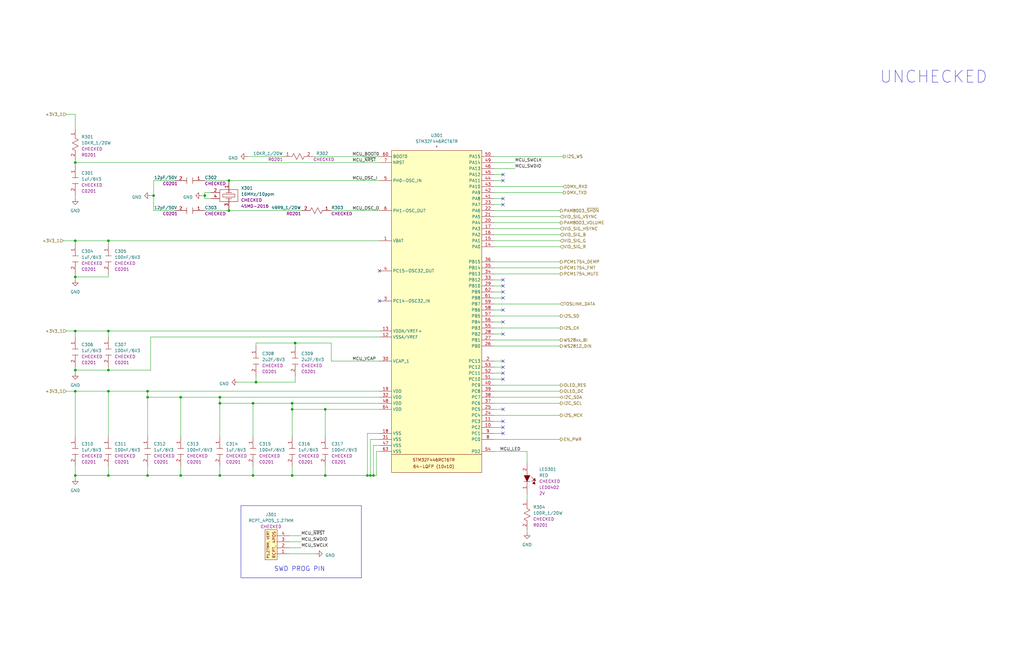
<source format=kicad_sch>
(kicad_sch (version 20230121) (generator eeschema)
  (paper "B")
  (title_block (title "Blender") (date "2023/09/18") (rev "v1.0") (company "Mend0z0") (comment 1 "v1.0") (comment 2 "v1.0") (comment 3 "Siavash Taher Parvar") (comment 4 "_BOM_Blender_v1.0.html") (comment 5 "_HW_Blender.kicad_pcb") (comment 6 "_GBR_Blender_v1.0") (comment 7 "_ASM_Blender_v1.0") (comment 8 "N/A") (comment 9 "Initial version"))
  (lib_symbols
    (symbol "_SCHLIB_Blender:CAP_100nF/6V3_C0201"
      (property "Reference" "C" (at 2.54 5.08 0))
      (property "Value" "100nF{slash}6V3" (at 2.54 7.62 0))
      (property "SCH CHECK" "CHECKED" (at 2.54 22.86 0))
      (property "Package" "C0201" (at 2.54 25.4 0))
      (symbol "CAP_100nF/6V3_C0201_0_0"
        (polyline (pts (xy 5.08 1.27) (xy 5.08 -1.27)))
        (polyline (pts (xy 7.62 1.27) (xy 7.62 -1.27)))
      )
      (symbol "CAP_100nF/6V3_C0201_1_1"
        (pin passive line (at 0 0 0) (length 5.08) (name "") (number "1"))
        (pin passive line (at 12.7 0 180) (length 5.08) (name "") (number "2"))
      )
    )
    (symbol "_SCHLIB_Blender:CAP_12pF/50V_C0201"
      (property "Reference" "C" (at 3.81 5.08 0))
      (property "Value" "12pF{slash}50V" (at 3.81 7.62 0))
      (property "SCH CHECK" "CHECKED" (at 3.81 22.86 0))
      (property "Package" "C0201" (at 3.81 25.4 0))
      (symbol "CAP_12pF/50V_C0201_0_0"
        (polyline (pts (xy 5.08 1.27) (xy 5.08 -1.27)))
        (polyline (pts (xy 7.62 1.27) (xy 7.62 -1.27)))
      )
      (symbol "CAP_12pF/50V_C0201_1_1"
        (pin passive line (at 0 0 0) (length 5.08) (name "") (number "1"))
        (pin passive line (at 12.7 0 180) (length 5.08) (name "") (number "2"))
      )
    )
    (symbol "_SCHLIB_Blender:CAP_1uF/6V3_C0201"
      (property "Reference" "C" (at 2.54 3.81 0))
      (property "Value" "1uF{slash}6V3" (at 2.54 6.35 0))
      (property "SCH CHECK" "CHECKED" (at 2.54 21.59 0))
      (property "Package" "C0201" (at 2.54 24.13 0))
      (symbol "CAP_1uF/6V3_C0201_0_0"
        (polyline (pts (xy 5.08 1.27) (xy 5.08 -1.27)))
        (polyline (pts (xy 7.62 1.27) (xy 7.62 -1.27)))
      )
      (symbol "CAP_1uF/6V3_C0201_1_1"
        (pin passive line (at 0 0 0) (length 5.08) (name "") (number "1"))
        (pin passive line (at 12.7 0 180) (length 5.08) (name "") (number "2"))
      )
    )
    (symbol "_SCHLIB_Blender:CAP_2u2F/6V3_C0201"
      (property "Reference" "C" (at 2.54 3.81 0))
      (property "Value" "2u2F/6V3" (at 2.54 6.35 0))
      (property "SCH CHECK" "CHECKED" (at 2.54 21.59 0))
      (property "Package" "C0201" (at 2.54 24.13 0))
      (symbol "CAP_2u2F/6V3_C0201_0_0"
        (polyline (pts (xy 5.08 1.27) (xy 5.08 -1.27)))
        (polyline (pts (xy 7.62 1.27) (xy 7.62 -1.27)))
      )
      (symbol "CAP_2u2F/6V3_C0201_1_1"
        (pin passive line (at 0 0 0) (length 5.08) (name "") (number "1"))
        (pin passive line (at 12.7 0 180) (length 5.08) (name "") (number "2"))
      )
    )
    (symbol "_SCHLIB_Blender:CONN_RCPT_4POS_1.27MM_VERT"
      (property "Reference" "J" (at 2.54 2.54 0))
      (property "Value" "RCPT_4POS_1.27MM" (at 2.54 5.08 0))
      (property "SCH CHECK" "CHECKED" (at 2.54 20.32 0))
      (symbol "CONN_RCPT_4POS_1.27MM_VERT_0_0"
        (text "P1.27MM, VERT" (at 8.89 -6.35 900) (effects (font (size 1.016 1.016))))
        (text "RCPT, 4POS" (at 6.35 -6.35 900) (effects (font (size 1.27 1.27))))
      )
      (symbol "CONN_RCPT_4POS_1.27MM_VERT_0_1"
        (rectangle (start 5.08 0) (end 10.16 -12.7) (fill (type background)))
      )
      (symbol "CONN_RCPT_4POS_1.27MM_VERT_1_1"
        (pin passive line (at 0 -2.54 0) (length 5.08) (name "") (number "1"))
        (pin passive line (at 0 -5.08 0) (length 5.08) (name "") (number "2"))
        (pin passive line (at 0 -7.62 0) (length 5.08) (name "") (number "3"))
        (pin passive line (at 0 -10.16 0) (length 5.08) (name "") (number "4"))
      )
    )
    (symbol "_SCHLIB_Blender:LED_RED_0402"
      (property "Reference" "LED" (at 2.54 6.35 0))
      (property "Value" "RED" (at 2.54 8.89 0))
      (property "SCH CHECK" "CHECKED" (at 2.54 24.13 0))
      (property "Package" "LED0402" (at 2.54 26.67 0))
      (property "VOLTAGE RATED" "2V" (at 2.54 29.21 0))
      (symbol "LED_RED_0402_0_1"
        (polyline (pts (xy 5.588 1.905) (xy 6.604 2.794)))
        (polyline (pts (xy 7.239 1.905) (xy 8.001 2.667)))
        (polyline (pts (xy 7.62 -1.27) (xy 7.62 1.27)))
        (polyline (pts (xy 5.08 1.27) (xy 5.08 -1.27) (xy 7.62 0) (xy 5.08 1.27)) (fill (type outline)))
        (polyline (pts (xy 6.223 3.302) (xy 7.112 2.413) (xy 7.366 3.556) (xy 6.223 3.302)) (fill (type outline)))
        (polyline (pts (xy 7.62 3.175) (xy 8.509 2.286) (xy 8.763 3.429) (xy 7.62 3.175)) (fill (type outline)))
      )
      (symbol "LED_RED_0402_1_1"
        (pin passive line (at 12.7 0 180) (length 5.08) (name "") (number "1"))
        (pin passive line (at 0 0 0) (length 5.08) (name "") (number "2"))
      )
    )
    (symbol "_SCHLIB_Blender:MCU_STM32F446RCT6TR"
      (property "Reference" "U" (at 3.81 3.81 0))
      (property "Value" "STM32F446RCT6TR" (at 3.81 6.35 0))
      (property "SCH CHECK" "*" (at 3.81 21.59 0))
      (symbol "MCU_STM32F446RCT6TR_0_0"
        (text "	\nSTM32F446RCT6TR" (at 17.78 -129.54 0) (effects (font (size 1.27 1.27))))
        (text "64-LQFP (10x10)" (at 17.78 -133.35 0) (effects (font (size 1.27 1.27))))
      )
      (symbol "MCU_STM32F446RCT6TR_0_1"
        (polyline (pts (xy 0 -128.27) (xy 38.1 -128.27)))
        (rectangle (start 0 0) (end 38.1 -135.89) (fill (type background)))
      )
      (symbol "MCU_STM32F446RCT6TR_1_1"
        (pin passive line (at -5.08 -38.1 0) (length 5.08) (name "VBAT") (number "1"))
        (pin passive line (at 43.18 -116.84 180) (length 5.08) (name "PC2") (number "10"))
        (pin passive line (at 43.18 -114.3 180) (length 5.08) (name "PC3") (number "11"))
        (pin passive line (at -5.08 -78.74 0) (length 5.08) (name "VSSA/VREF") (number "12"))
        (pin passive line (at -5.08 -76.2 0) (length 5.08) (name "VDDA/VREF+") (number "13"))
        (pin passive line (at 43.18 -40.64 180) (length 5.08) (name "PA0") (number "14"))
        (pin passive line (at 43.18 -38.1 180) (length 5.08) (name "PA1") (number "15"))
        (pin passive line (at 43.18 -35.56 180) (length 5.08) (name "PA2") (number "16"))
        (pin passive line (at 43.18 -33.02 180) (length 5.08) (name "PA3") (number "17"))
        (pin passive line (at -5.08 -119.38 0) (length 5.08) (name "VSS") (number "18"))
        (pin passive line (at -5.08 -101.6 0) (length 5.08) (name "VDD") (number "19"))
        (pin passive line (at 43.18 -88.9 180) (length 5.08) (name "PC13") (number "2"))
        (pin passive line (at 43.18 -30.48 180) (length 5.08) (name "PA4") (number "20"))
        (pin passive line (at 43.18 -27.94 180) (length 5.08) (name "PA5") (number "21"))
        (pin passive line (at 43.18 -25.4 180) (length 5.08) (name "PA6") (number "22"))
        (pin passive line (at 43.18 -22.86 180) (length 5.08) (name "PA7") (number "23"))
        (pin passive line (at 43.18 -111.76 180) (length 5.08) (name "PC4") (number "24"))
        (pin passive line (at 43.18 -109.22 180) (length 5.08) (name "PC5") (number "25"))
        (pin passive line (at 43.18 -82.55 180) (length 5.08) (name "PB0") (number "26"))
        (pin passive line (at 43.18 -80.01 180) (length 5.08) (name "PB1") (number "27"))
        (pin passive line (at 43.18 -77.47 180) (length 5.08) (name "PB2") (number "28"))
        (pin passive line (at 43.18 -57.15 180) (length 5.08) (name "PB10") (number "29"))
        (pin passive line (at -5.08 -63.5 0) (length 5.08) (name "PC14-OSC32_IN") (number "3"))
        (pin passive line (at -5.08 -88.9 0) (length 5.08) (name "VCAP_1") (number "30"))
        (pin passive line (at -5.08 -121.92 0) (length 5.08) (name "VSS") (number "31"))
        (pin passive line (at -5.08 -104.14 0) (length 5.08) (name "VDD") (number "32"))
        (pin passive line (at 43.18 -54.61 180) (length 5.08) (name "PB12") (number "33"))
        (pin passive line (at 43.18 -52.07 180) (length 5.08) (name "PB13") (number "34"))
        (pin passive line (at 43.18 -49.53 180) (length 5.08) (name "PB14") (number "35"))
        (pin passive line (at 43.18 -46.99 180) (length 5.08) (name "PB15") (number "36"))
        (pin passive line (at 43.18 -106.68 180) (length 5.08) (name "PC6") (number "37"))
        (pin passive line (at 43.18 -104.14 180) (length 5.08) (name "PC7") (number "38"))
        (pin passive line (at 43.18 -101.6 180) (length 5.08) (name "PC8") (number "39"))
        (pin passive line (at -5.08 -50.8 0) (length 5.08) (name "PC15-OSC32_OUT") (number "4"))
        (pin passive line (at 43.18 -99.06 180) (length 5.08) (name "PC9") (number "40"))
        (pin passive line (at 43.18 -20.32 180) (length 5.08) (name "PA8") (number "41"))
        (pin passive line (at 43.18 -17.78 180) (length 5.08) (name "PA9") (number "42"))
        (pin passive line (at 43.18 -15.24 180) (length 5.08) (name "PA10") (number "43"))
        (pin passive line (at 43.18 -12.7 180) (length 5.08) (name "PA11") (number "44"))
        (pin passive line (at 43.18 -10.16 180) (length 5.08) (name "PA12") (number "45"))
        (pin passive line (at 43.18 -7.62 180) (length 5.08) (name "PA13") (number "46"))
        (pin passive line (at -5.08 -124.46 0) (length 5.08) (name "VSS") (number "47"))
        (pin passive line (at -5.08 -106.68 0) (length 5.08) (name "VDD") (number "48"))
        (pin passive line (at 43.18 -5.08 180) (length 5.08) (name "PA14") (number "49"))
        (pin passive line (at -5.08 -12.7 0) (length 5.08) (name "PH0-OSC_IN") (number "5"))
        (pin passive line (at 43.18 -2.54 180) (length 5.08) (name "PA15") (number "50"))
        (pin passive line (at 43.18 -96.52 180) (length 5.08) (name "PC10") (number "51"))
        (pin passive line (at 43.18 -93.98 180) (length 5.08) (name "PC11") (number "52"))
        (pin passive line (at 43.18 -91.44 180) (length 5.08) (name "PC12") (number "53"))
        (pin passive line (at 43.18 -127 180) (length 5.08) (name "PD2") (number "54"))
        (pin passive line (at 43.18 -74.93 180) (length 5.08) (name "PB3") (number "55"))
        (pin passive line (at 43.18 -72.39 180) (length 5.08) (name "PB4") (number "56"))
        (pin passive line (at 43.18 -69.85 180) (length 5.08) (name "PB5") (number "57"))
        (pin passive line (at 43.18 -67.31 180) (length 5.08) (name "PB6") (number "58"))
        (pin passive line (at 43.18 -64.77 180) (length 5.08) (name "PB7") (number "59"))
        (pin passive line (at -5.08 -25.4 0) (length 5.08) (name "PH1-OSC_OUT") (number "6"))
        (pin passive line (at -5.08 -2.54 0) (length 5.08) (name "BOOT0") (number "60"))
        (pin passive line (at 43.18 -62.23 180) (length 5.08) (name "PB8") (number "61"))
        (pin passive line (at 43.18 -59.69 180) (length 5.08) (name "PB9") (number "62"))
        (pin passive line (at -5.08 -127 0) (length 5.08) (name "VSS") (number "63"))
        (pin passive line (at -5.08 -109.22 0) (length 5.08) (name "VDD") (number "64"))
        (pin passive line (at -5.08 -5.08 0) (length 5.08) (name "NRST") (number "7"))
        (pin passive line (at 43.18 -121.92 180) (length 5.08) (name "PC0") (number "8"))
        (pin passive line (at 43.18 -119.38 180) (length 5.08) (name "PC1") (number "9"))
      )
    )
    (symbol "_SCHLIB_Blender:RES_100R_1/20W-R0201"
      (property "Reference" "R" (at 2.54 3.81 0))
      (property "Value" "100R_1{slash}20W" (at 2.54 6.35 0))
      (property "SCH CHECK" "CHECKED" (at 2.54 21.59 0))
      (property "Package" "R0201" (at 2.54 24.13 0))
      (symbol "RES_100R_1/20W-R0201_0_0"
        (polyline (pts (xy 3.81 0) (xy 4.445 1.27) (xy 5.715 -1.27) (xy 6.985 1.27) (xy 8.255 -1.27) (xy 8.89 0)))
      )
      (symbol "RES_100R_1/20W-R0201_1_1"
        (pin passive line (at 0 0 0) (length 3.81) (name "") (number "1"))
        (pin passive line (at 12.7 0 180) (length 3.81) (name "") (number "2"))
      )
    )
    (symbol "_SCHLIB_Blender:RES_10KR_1/20W-R0201"
      (property "Reference" "R" (at 2.54 5.08 0))
      (property "Value" "10KR_1{slash}20W" (at 2.54 7.62 0))
      (property "SCH CHECK" "CHECKED" (at 2.54 22.86 0))
      (property "Package" "R0201" (at 2.54 25.4 0))
      (symbol "RES_10KR_1/20W-R0201_0_0"
        (polyline (pts (xy 3.81 0) (xy 4.445 1.27) (xy 5.715 -1.27) (xy 6.985 1.27) (xy 8.255 -1.27) (xy 8.89 0)))
      )
      (symbol "RES_10KR_1/20W-R0201_1_1"
        (pin passive line (at 0 0 0) (length 3.81) (name "") (number "1"))
        (pin passive line (at 12.7 0 180) (length 3.81) (name "") (number "2"))
      )
    )
    (symbol "_SCHLIB_Blender:RES_49R9_1/20W-R0201"
      (property "Reference" "R" (at 2.54 3.81 0))
      (property "Value" "49R9_1/20W" (at 2.54 6.35 0))
      (property "SCH CHECK" "CHECKED" (at 2.54 21.59 0))
      (property "Package" "R0201" (at 2.54 24.13 0))
      (symbol "RES_49R9_1/20W-R0201_0_0"
        (polyline (pts (xy 3.81 0) (xy 4.445 1.27) (xy 5.715 -1.27) (xy 6.985 1.27) (xy 8.255 -1.27) (xy 8.89 0)))
      )
      (symbol "RES_49R9_1/20W-R0201_1_1"
        (pin passive line (at 0 0 0) (length 3.81) (name "") (number "1"))
        (pin passive line (at 12.7 0 180) (length 3.81) (name "") (number "2"))
      )
    )
    (symbol "_SCHLIB_Blender:XTAL_ECS-160-12-37B-CTN-TR"
      (property "Reference" "X" (at 3.81 7.62 0))
      (property "Value" "16MHz/10ppm" (at 3.81 10.16 0))
      (property "SCH CHECK" "CHECKED" (at 3.81 25.4 0))
      (property "Package" "4SMD-2016" (at 3.81 27.94 0))
      (symbol "XTAL_ECS-160-12-37B-CTN-TR_0_1"
        (polyline (pts (xy 5.08 1.27) (xy 5.08 -1.27)))
        (polyline (pts (xy 7.62 1.27) (xy 7.62 -1.27)))
        (polyline (pts (xy 3.81 3.81) (xy 3.81 -3.81) (xy 8.89 -3.81) (xy 8.89 3.81) (xy 3.81 3.81)))
        (polyline (pts (xy 5.715 2.54) (xy 6.985 2.54) (xy 6.985 -2.54) (xy 5.715 -2.54) (xy 5.715 2.54)))
      )
      (symbol "XTAL_ECS-160-12-37B-CTN-TR_1_1"
        (pin passive line (at 0 0 0) (length 5.08) (name "") (number "1"))
        (pin passive line (at 5.08 -7.62 90) (length 3.81) (name "") (number "2"))
        (pin passive line (at 12.7 0 180) (length 5.08) (name "") (number "3"))
        (pin passive line (at 7.62 -7.62 90) (length 3.81) (name "") (number "4"))
      )
    )
    (symbol "power:GND" (power) (pin_names (offset 0))
      (property "Value" "GND" (at 0 -3.81 0))
      (symbol "GND_0_1"
        (polyline (pts (xy 0 0) (xy 0 -1.27) (xy 1.27 -1.27) (xy 0 -2.54) (xy -1.27 -1.27) (xy 0 -1.27)))
      )
      (symbol "GND_1_1"
        (pin power_in line (at 0 0 270) (length 0) hide (name "GND") (number "1"))
      )
    )
  )
  (junction (at 92.71 200.66))
  (junction (at 45.72 165.1))
  (junction (at 76.2 167.64))
  (junction (at 123.19 170.18))
  (junction (at 137.16 172.72))
  (junction (at 106.68 200.66))
  (junction (at 45.72 156.21))
  (junction (at 64.77 82.55))
  (junction (at 31.75 156.21))
  (junction (at 123.19 200.66))
  (junction (at 123.19 172.72))
  (junction (at 45.72 101.6))
  (junction (at 62.23 165.1))
  (junction (at 86.36 82.55))
  (junction (at 137.16 200.66))
  (junction (at 31.75 139.7))
  (junction (at 124.46 144.78))
  (junction (at 31.75 116.84))
  (junction (at 107.95 161.29))
  (junction (at 76.2 200.66))
  (junction (at 45.72 139.7))
  (junction (at 96.52 76.2))
  (junction (at 62.23 200.66))
  (junction (at 92.71 170.18))
  (junction (at 31.75 200.66))
  (junction (at 92.71 167.64))
  (junction (at 154.94 200.66))
  (junction (at 106.68 170.18))
  (junction (at 157.48 200.66))
  (junction (at 31.75 68.58))
  (junction (at 31.75 101.6))
  (junction (at 45.72 200.66))
  (junction (at 31.75 165.1))
  (junction (at 62.23 167.64))
  (junction (at 156.21 200.66))
  (junction (at 96.52 88.9))
  (no_connect (at 212.09 157.48))
  (no_connect (at 212.09 152.4))
  (no_connect (at 212.09 177.8))
  (no_connect (at 212.09 118.11))
  (no_connect (at 212.09 83.82))
  (no_connect (at 212.09 135.89))
  (no_connect (at 212.09 154.94))
  (no_connect (at 212.09 123.19))
  (no_connect (at 212.09 182.88))
  (no_connect (at 212.09 160.02))
  (no_connect (at 212.09 73.66))
  (no_connect (at 160.02 114.3))
  (no_connect (at 212.09 76.2))
  (no_connect (at 160.02 127))
  (no_connect (at 212.09 140.97))
  (no_connect (at 212.09 172.72))
  (no_connect (at 212.09 120.65))
  (no_connect (at 212.09 125.73))
  (no_connect (at 212.09 86.36))
  (no_connect (at 212.09 180.34))
  (no_connect (at 212.09 130.81))
  (wire (pts (xy 160.02 190.5) (xy 158.75 190.5)))
  (wire (pts (xy 106.68 170.18) (xy 92.71 170.18)))
  (wire (pts (xy 154.94 200.66) (xy 137.16 200.66)))
  (wire (pts (xy 45.72 154.94) (xy 45.72 156.21)))
  (wire (pts (xy 154.94 182.88) (xy 154.94 200.66)))
  (wire (pts (xy 31.75 165.1) (xy 31.75 184.15)))
  (wire (pts (xy 76.2 196.85) (xy 76.2 200.66)))
  (wire (pts (xy 212.09 172.72) (xy 208.28 172.72)))
  (wire (pts (xy 212.09 154.94) (xy 208.28 154.94)))
  (wire (pts (xy 160.02 142.24) (xy 63.5 142.24)))
  (wire (pts (xy 31.75 68.58) (xy 160.02 68.58)))
  (wire (pts (xy 31.75 156.21) (xy 31.75 157.48)))
  (wire (pts (xy 92.71 167.64) (xy 92.71 170.18)))
  (wire (pts (xy 86.36 81.28) (xy 86.36 82.55)))
  (wire (pts (xy 236.22 91.44) (xy 208.28 91.44)))
  (wire (pts (xy 212.09 123.19) (xy 208.28 123.19)))
  (wire (pts (xy 212.09 152.4) (xy 208.28 152.4)))
  (wire (pts (xy 31.75 67.31) (xy 31.75 68.58)))
  (wire (pts (xy 45.72 139.7) (xy 45.72 142.24)))
  (wire (pts (xy 212.09 157.48) (xy 208.28 157.48)))
  (wire (pts (xy 64.77 88.9) (xy 73.66 88.9)))
  (wire (pts (xy 63.5 82.55) (xy 64.77 82.55)))
  (wire (pts (xy 121.92 226.06) (xy 127 226.06)))
  (wire (pts (xy 212.09 135.89) (xy 208.28 135.89)))
  (wire (pts (xy 45.72 116.84) (xy 31.75 116.84)))
  (wire (pts (xy 106.68 170.18) (xy 123.19 170.18)))
  (wire (pts (xy 212.09 180.34) (xy 208.28 180.34)))
  (wire (pts (xy 236.22 96.52) (xy 208.28 96.52)))
  (wire (pts (xy 62.23 200.66) (xy 45.72 200.66)))
  (wire (pts (xy 124.46 158.75) (xy 124.46 161.29)))
  (wire (pts (xy 137.16 172.72) (xy 160.02 172.72)))
  (wire (pts (xy 123.19 172.72) (xy 123.19 184.15)))
  (wire (pts (xy 62.23 165.1) (xy 62.23 167.64)))
  (wire (pts (xy 212.09 182.88) (xy 208.28 182.88)))
  (wire (pts (xy 160.02 182.88) (xy 154.94 182.88)))
  (wire (pts (xy 158.75 190.5) (xy 158.75 200.66)))
  (wire (pts (xy 45.72 101.6) (xy 160.02 101.6)))
  (wire (pts (xy 62.23 200.66) (xy 62.23 196.85)))
  (wire (pts (xy 139.7 152.4) (xy 160.02 152.4)))
  (wire (pts (xy 124.46 144.78) (xy 124.46 146.05)))
  (wire (pts (xy 76.2 200.66) (xy 62.23 200.66)))
  (wire (pts (xy 76.2 167.64) (xy 76.2 184.15)))
  (wire (pts (xy 123.19 196.85) (xy 123.19 200.66)))
  (wire (pts (xy 92.71 200.66) (xy 76.2 200.66)))
  (wire (pts (xy 104.14 66.04) (xy 119.38 66.04)))
  (wire (pts (xy 31.75 200.66) (xy 31.75 201.93)))
  (wire (pts (xy 137.16 200.66) (xy 123.19 200.66)))
  (wire (pts (xy 139.7 152.4) (xy 139.7 144.78)))
  (wire (pts (xy 237.49 66.04) (xy 208.28 66.04)))
  (wire (pts (xy 107.95 144.78) (xy 107.95 146.05)))
  (wire (pts (xy 31.75 116.84) (xy 31.75 115.57)))
  (wire (pts (xy 31.75 156.21) (xy 31.75 154.94)))
  (wire (pts (xy 212.09 120.65) (xy 208.28 120.65)))
  (wire (pts (xy 100.33 161.29) (xy 107.95 161.29)))
  (wire (pts (xy 222.25 190.5) (xy 208.28 190.5)))
  (wire (pts (xy 236.22 113.03) (xy 208.28 113.03)))
  (wire (pts (xy 133.35 233.68) (xy 121.92 233.68)))
  (wire (pts (xy 86.36 82.55) (xy 86.36 83.82)))
  (wire (pts (xy 31.75 200.66) (xy 31.75 196.85)))
  (wire (pts (xy 212.09 177.8) (xy 208.28 177.8)))
  (wire (pts (xy 236.22 146.05) (xy 208.28 146.05)))
  (wire (pts (xy 124.46 161.29) (xy 107.95 161.29)))
  (wire (pts (xy 137.16 172.72) (xy 137.16 184.15)))
  (wire (pts (xy 63.5 156.21) (xy 45.72 156.21)))
  (wire (pts (xy 212.09 140.97) (xy 208.28 140.97)))
  (wire (pts (xy 107.95 158.75) (xy 107.95 161.29)))
  (wire (pts (xy 236.22 115.57) (xy 208.28 115.57)))
  (wire (pts (xy 76.2 167.64) (xy 92.71 167.64)))
  (wire (pts (xy 31.75 101.6) (xy 31.75 102.87)))
  (wire (pts (xy 212.09 118.11) (xy 208.28 118.11)))
  (wire (pts (xy 237.49 78.74) (xy 208.28 78.74)))
  (wire (pts (xy 236.22 143.51) (xy 208.28 143.51)))
  (wire (pts (xy 86.36 83.82) (xy 88.9 83.82)))
  (wire (pts (xy 157.48 200.66) (xy 156.21 200.66)))
  (wire (pts (xy 62.23 165.1) (xy 160.02 165.1)))
  (wire (pts (xy 45.72 200.66) (xy 31.75 200.66)))
  (wire (pts (xy 160.02 185.42) (xy 156.21 185.42)))
  (wire (pts (xy 45.72 101.6) (xy 31.75 101.6)))
  (wire (pts (xy 26.67 101.6) (xy 31.75 101.6)))
  (wire (pts (xy 31.75 118.11) (xy 31.75 116.84)))
  (wire (pts (xy 73.66 76.2) (xy 64.77 76.2)))
  (wire (pts (xy 160.02 187.96) (xy 157.48 187.96)))
  (wire (pts (xy 217.17 71.12) (xy 208.28 71.12)))
  (wire (pts (xy 236.22 93.98) (xy 208.28 93.98)))
  (wire (pts (xy 212.09 125.73) (xy 208.28 125.73)))
  (wire (pts (xy 236.22 162.56) (xy 208.28 162.56)))
  (wire (pts (xy 237.49 81.28) (xy 208.28 81.28)))
  (wire (pts (xy 27.94 48.26) (xy 31.75 48.26)))
  (wire (pts (xy 45.72 196.85) (xy 45.72 200.66)))
  (wire (pts (xy 96.52 88.9) (xy 127 88.9)))
  (wire (pts (xy 124.46 144.78) (xy 107.95 144.78)))
  (wire (pts (xy 123.19 170.18) (xy 123.19 172.72)))
  (wire (pts (xy 222.25 195.58) (xy 222.25 190.5)))
  (wire (pts (xy 236.22 138.43) (xy 208.28 138.43)))
  (wire (pts (xy 31.75 48.26) (xy 31.75 54.61)))
  (wire (pts (xy 127 228.6) (xy 121.92 228.6)))
  (wire (pts (xy 85.09 82.55) (xy 86.36 82.55)))
  (wire (pts (xy 236.22 165.1) (xy 208.28 165.1)))
  (wire (pts (xy 236.22 99.06) (xy 208.28 99.06)))
  (wire (pts (xy 212.09 130.81) (xy 208.28 130.81)))
  (wire (pts (xy 212.09 83.82) (xy 208.28 83.82)))
  (wire (pts (xy 62.23 167.64) (xy 62.23 184.15)))
  (wire (pts (xy 45.72 115.57) (xy 45.72 116.84)))
  (wire (pts (xy 236.22 110.49) (xy 208.28 110.49)))
  (wire (pts (xy 92.71 167.64) (xy 160.02 167.64)))
  (wire (pts (xy 236.22 101.6) (xy 208.28 101.6)))
  (wire (pts (xy 45.72 139.7) (xy 31.75 139.7)))
  (wire (pts (xy 106.68 196.85) (xy 106.68 200.66)))
  (wire (pts (xy 236.22 185.42) (xy 208.28 185.42)))
  (wire (pts (xy 106.68 170.18) (xy 106.68 184.15)))
  (wire (pts (xy 63.5 142.24) (xy 63.5 156.21)))
  (wire (pts (xy 86.36 76.2) (xy 96.52 76.2)))
  (wire (pts (xy 31.75 139.7) (xy 31.75 142.24)))
  (wire (pts (xy 137.16 196.85) (xy 137.16 200.66)))
  (wire (pts (xy 156.21 200.66) (xy 154.94 200.66)))
  (wire (pts (xy 96.52 76.2) (xy 160.02 76.2)))
  (wire (pts (xy 217.17 68.58) (xy 208.28 68.58)))
  (wire (pts (xy 64.77 76.2) (xy 64.77 82.55)))
  (wire (pts (xy 45.72 101.6) (xy 45.72 102.87)))
  (wire (pts (xy 132.08 66.04) (xy 160.02 66.04)))
  (wire (pts (xy 236.22 167.64) (xy 208.28 167.64)))
  (wire (pts (xy 139.7 88.9) (xy 160.02 88.9)))
  (wire (pts (xy 222.25 224.79) (xy 222.25 223.52)))
  (wire (pts (xy 137.16 172.72) (xy 123.19 172.72)))
  (wire (pts (xy 157.48 187.96) (xy 157.48 200.66)))
  (wire (pts (xy 158.75 200.66) (xy 157.48 200.66)))
  (wire (pts (xy 123.19 200.66) (xy 106.68 200.66)))
  (wire (pts (xy 45.72 165.1) (xy 45.72 184.15)))
  (wire (pts (xy 236.22 88.9) (xy 208.28 88.9)))
  (wire (pts (xy 156.21 185.42) (xy 156.21 200.66)))
  (wire (pts (xy 92.71 170.18) (xy 92.71 184.15)))
  (wire (pts (xy 27.94 165.1) (xy 31.75 165.1)))
  (wire (pts (xy 127 231.14) (xy 121.92 231.14)))
  (wire (pts (xy 64.77 82.55) (xy 64.77 88.9)))
  (wire (pts (xy 212.09 160.02) (xy 208.28 160.02)))
  (wire (pts (xy 27.94 139.7) (xy 31.75 139.7)))
  (wire (pts (xy 236.22 104.14) (xy 208.28 104.14)))
  (wire (pts (xy 123.19 170.18) (xy 160.02 170.18)))
  (wire (pts (xy 45.72 165.1) (xy 62.23 165.1)))
  (wire (pts (xy 212.09 86.36) (xy 208.28 86.36)))
  (wire (pts (xy 236.22 170.18) (xy 208.28 170.18)))
  (wire (pts (xy 76.2 167.64) (xy 62.23 167.64)))
  (wire (pts (xy 86.36 88.9) (xy 96.52 88.9)))
  (wire (pts (xy 92.71 200.66) (xy 92.71 196.85)))
  (wire (pts (xy 45.72 165.1) (xy 31.75 165.1)))
  (wire (pts (xy 31.75 68.58) (xy 31.75 69.85)))
  (wire (pts (xy 31.75 82.55) (xy 31.75 83.82)))
  (wire (pts (xy 106.68 200.66) (xy 92.71 200.66)))
  (wire (pts (xy 236.22 133.35) (xy 208.28 133.35)))
  (wire (pts (xy 236.22 128.27) (xy 208.28 128.27)))
  (wire (pts (xy 236.22 175.26) (xy 208.28 175.26)))
  (wire (pts (xy 45.72 156.21) (xy 31.75 156.21)))
  (wire (pts (xy 212.09 76.2) (xy 208.28 76.2)))
  (wire (pts (xy 88.9 81.28) (xy 86.36 81.28)))
  (wire (pts (xy 45.72 139.7) (xy 160.02 139.7)))
  (wire (pts (xy 212.09 73.66) (xy 208.28 73.66)))
  (wire (pts (xy 139.7 144.78) (xy 124.46 144.78)))
  (wire (pts (xy 222.25 208.28) (xy 222.25 210.82)))
  (rectangle (start 101.6 213.36) (end 152.4 243.84))
  (text "SWD PROG PIN" (at 115.57 241.3 0) (effects (font (size 1.905 1.905)) (justify left bottom)))
  (text "UNCHECKED" (at 370.84 35.56 0) (effects (font (size 5.08 5.08)) (justify left bottom)))
  (label "MCU_SWDIO" (at 127 228.6 0))
  (label "MCU_OSC_O" (at 148.59 88.9 0))
  (label "MCU_LED" (at 210.82 190.5 0))
  (label "MCU_SWDIO" (at 217.17 71.12 0))
  (label "MCU_SWCLK" (at 217.17 68.58 0))
  (label "MCU_~{NRST}" (at 127 226.06 0))
  (label "MCU_~{NRST}" (at 148.59 68.58 0))
  (label "MCU_SWCLK" (at 127 231.14 0))
  (label "MCU_BOOT0" (at 148.59 66.04 0))
  (label "MCU_OSC_I" (at 148.59 76.2 0))
  (label "MCU_VCAP" (at 148.59 152.4 0))
  (hierarchical_label "VID_SIG_B" (shape input) (at 236.22 99.06 0))
  (hierarchical_label "PAM8003_~{SHDN}" (shape output) (at 236.22 88.9 0))
  (hierarchical_label "I2C_SCL" (shape output) (at 236.22 170.18 0))
  (hierarchical_label "PCM1754_FMT" (shape output) (at 236.22 113.03 0))
  (hierarchical_label "I2C_SDA" (shape bidirectional) (at 236.22 167.64 0))
  (hierarchical_label "WS2812_DIN" (shape output) (at 236.22 146.05 0))
  (hierarchical_label "+3V3_1" (shape input) (at 27.94 139.7 180))
  (hierarchical_label "DMX_TXD" (shape output) (at 237.49 81.28 0))
  (hierarchical_label "DMX_RXD" (shape input) (at 237.49 78.74 0))
  (hierarchical_label "+3V3_1" (shape input) (at 27.94 48.26 180))
  (hierarchical_label "I2S_CK" (shape output) (at 236.22 138.43 0))
  (hierarchical_label "OLED_RES" (shape output) (at 236.22 162.56 0))
  (hierarchical_label "PCM1754_MUTE" (shape output) (at 236.22 115.57 0))
  (hierarchical_label "+3V3_1" (shape input) (at 27.94 165.1 180))
  (hierarchical_label "I2S_MCK" (shape output) (at 236.22 175.26 0))
  (hierarchical_label "PAM8003_VOLUME" (shape output) (at 236.22 93.98 0))
  (hierarchical_label "+3V3_1" (shape input) (at 26.67 101.6 180))
  (hierarchical_label "PCM1754_DEMP" (shape output) (at 236.22 110.49 0))
  (hierarchical_label "OLED_DC" (shape output) (at 236.22 165.1 0))
  (hierarchical_label "EN_PWR" (shape output) (at 236.22 185.42 0))
  (hierarchical_label "I2S_SD" (shape output) (at 236.22 133.35 0))
  (hierarchical_label "VID_SIG_VSYNC" (shape input) (at 236.22 91.44 0))
  (hierarchical_label "I2S_WS" (shape output) (at 237.49 66.04 0))
  (hierarchical_label "VID_SIG_HSYNC" (shape input) (at 236.22 96.52 0))
  (hierarchical_label "VID_SIG_G" (shape input) (at 236.22 101.6 0))
  (hierarchical_label "VID_SIG_R" (shape input) (at 236.22 104.14 0))
  (hierarchical_label "WS28xx_BI" (shape output) (at 236.22 143.51 0))
  (hierarchical_label "TOSLINK_DATA" (shape input) (at 236.22 128.27 0))
  (symbol (lib_id "_SCHLIB_Blender:CAP_1uF/6V3_C0201") (at 123.19 184.15 270) (unit 1)
    (property "Reference" "C316" (at 125.73 187.325 90) (effects (justify left)))
    (property "Value" "1uF/6V3" (at 125.73 189.865 90) (effects (justify left)))
    (property "Footprint" "Capacitor_SMD:C_0201_0603Metric" (effects hide))
    (property "Datasheet" "http://weblib.samsungsem.com/mlcc/mlcc-ec-data-sheet.do?partNumber=CL03A105MQ3CSN" (effects hide))
    (property "Description" "1 µF ±20% 6.3V Ceramic Capacitor X5R 0201 (0603 Metric)" (effects hide))
    (property "Part Number" "CL03A105MQ3CSNH" (effects hide))
    (property "Link" "https://www.digikey.ca/en/products/detail/samsung-electro-mechanics/CL03A105MQ3CSNH/3894097" (effects hide))
    (property "SCH CHECK" "CHECKED" (at 125.73 192.405 90) (effects (justify left)))
    (property "Package" "C0201" (at 125.73 194.945 90) (effects (justify left)))
  )
  (symbol (lib_id "power:GND") (at 104.14 66.04 270) (unit 1)
    (property "Reference" "#PWR0301" (effects hide))
    (property "Value" "GND" (at 100.33 66.675 90) (effects (justify right)))
  )
  (symbol (lib_id "_SCHLIB_Blender:CAP_100nF/6V3_C0201") (at 106.68 184.15 270) (unit 1)
    (property "Reference" "C315" (at 109.22 187.325 90) (effects (justify left)))
    (property "Value" "100nF/6V3" (at 109.22 189.865 90) (effects (justify left)))
    (property "Footprint" "Capacitor_SMD:C_0201_0603Metric" (effects hide))
    (property "Datasheet" "https://www.yageo.com/upload/media/product/productsearch/datasheet/mlcc/UPY-GPHC_X7R_6.3V-to-250V_22.pdf" (effects hide))
    (property "Description" "0.1 µF ±10% 6.3V Ceramic Capacitor X7R 0201 (0603 Metric)" (effects hide))
    (property "Part Number" "CC0201KRX7R5BB104" (effects hide))
    (property "Link" "https://www.digikey.ca/en/products/detail/yageo/CC0201KRX7R5BB104/12698853" (effects hide))
    (property "SCH CHECK" "CHECKED" (at 109.22 192.405 90) (effects (justify left)))
    (property "Package" "C0201" (at 109.22 194.945 90) (effects (justify left)))
  )
  (symbol (lib_id "_SCHLIB_Blender:CAP_1uF/6V3_C0201") (at 31.75 184.15 270) (unit 1)
    (property "Reference" "C310" (at 34.29 187.325 90) (effects (justify left)))
    (property "Value" "1uF/6V3" (at 34.29 189.865 90) (effects (justify left)))
    (property "Footprint" "Capacitor_SMD:C_0201_0603Metric" (effects hide))
    (property "Datasheet" "http://weblib.samsungsem.com/mlcc/mlcc-ec-data-sheet.do?partNumber=CL03A105MQ3CSN" (effects hide))
    (property "Description" "1 µF ±20% 6.3V Ceramic Capacitor X5R 0201 (0603 Metric)" (effects hide))
    (property "Part Number" "CL03A105MQ3CSNH" (effects hide))
    (property "Link" "https://www.digikey.ca/en/products/detail/samsung-electro-mechanics/CL03A105MQ3CSNH/3894097" (effects hide))
    (property "SCH CHECK" "CHECKED" (at 34.29 192.405 90) (effects (justify left)))
    (property "Package" "C0201" (at 34.29 194.945 90) (effects (justify left)))
  )
  (symbol (lib_id "_SCHLIB_Blender:CAP_100nF/6V3_C0201") (at 45.72 142.24 270) (unit 1)
    (property "Reference" "C307" (at 48.26 145.415 90) (effects (justify left)))
    (property "Value" "100nF/6V3" (at 48.26 147.955 90) (effects (justify left)))
    (property "Footprint" "Capacitor_SMD:C_0201_0603Metric" (effects hide))
    (property "Datasheet" "https://www.yageo.com/upload/media/product/productsearch/datasheet/mlcc/UPY-GPHC_X7R_6.3V-to-250V_22.pdf" (effects hide))
    (property "Description" "0.1 µF ±10% 6.3V Ceramic Capacitor X7R 0201 (0603 Metric)" (effects hide))
    (property "Part Number" "CC0201KRX7R5BB104" (effects hide))
    (property "Link" "https://www.digikey.ca/en/products/detail/yageo/CC0201KRX7R5BB104/12698853" (effects hide))
    (property "SCH CHECK" "CHECKED" (at 48.26 150.495 90) (effects (justify left)))
    (property "Package" "C0201" (at 48.26 153.035 90) (effects (justify left)))
  )
  (symbol (lib_id "_SCHLIB_Blender:CAP_1uF/6V3_C0201") (at 31.75 142.24 270) (unit 1)
    (property "Reference" "C306" (at 34.29 145.415 90) (effects (justify left)))
    (property "Value" "1uF/6V3" (at 34.29 147.955 90) (effects (justify left)))
    (property "Footprint" "Capacitor_SMD:C_0201_0603Metric" (effects hide))
    (property "Datasheet" "http://weblib.samsungsem.com/mlcc/mlcc-ec-data-sheet.do?partNumber=CL03A105MQ3CSN" (effects hide))
    (property "Description" "1 µF ±20% 6.3V Ceramic Capacitor X5R 0201 (0603 Metric)" (effects hide))
    (property "Part Number" "CL03A105MQ3CSNH" (effects hide))
    (property "Link" "https://www.digikey.ca/en/products/detail/samsung-electro-mechanics/CL03A105MQ3CSNH/3894097" (effects hide))
    (property "SCH CHECK" "CHECKED" (at 34.29 150.495 90) (effects (justify left)))
    (property "Package" "C0201" (at 34.29 153.035 90) (effects (justify left)))
  )
  (symbol (lib_id "power:GND") (at 31.75 157.48 0) (unit 1)
    (property "Reference" "#PWR0306" (effects hide))
    (property "Value" "GND" (at 31.75 162.56 0))
  )
  (symbol (lib_id "_SCHLIB_Blender:CAP_2u2F/6V3_C0201") (at 107.95 146.05 270) (unit 1)
    (property "Reference" "C308" (at 110.49 149.225 90) (effects (justify left)))
    (property "Value" "2u2F/6V3" (at 110.49 151.765 90) (effects (justify left)))
    (property "Footprint" "Capacitor_SMD:C_0201_0603Metric" (effects hide))
    (property "Datasheet" "https://ele.kyocera.com/assets/products/capacitor/CM_Series_e.pdf" (effects hide))
    (property "Description" "2.2 µF ±20% 6.3V Ceramic Capacitor X5R 0201 (0603 Metric)" (effects hide))
    (property "Part Number" "CM03X5R225M06AH" (effects hide))
    (property "Link" "https://www.digikey.ca/en/products/detail/kyocera-avx/CM03X5R225M06AH/10815044" (effects hide))
    (property "SCH CHECK" "CHECKED" (at 110.49 154.305 90) (effects (justify left)))
    (property "Package" "C0201" (at 110.49 156.845 90) (effects (justify left)))
  )
  (symbol (lib_id "power:GND") (at 63.5 82.55 270) (unit 1)
    (property "Reference" "#PWR0302" (effects hide))
    (property "Value" "GND" (at 59.69 83.185 90) (effects (justify right)))
  )
  (symbol (lib_id "_SCHLIB_Blender:LED_RED_0402") (at 222.25 195.58 270) (unit 1)
    (property "Reference" "LED301" (at 227.33 198.0565 90) (effects (justify left)))
    (property "Value" "RED" (at 227.33 200.5965 90) (effects (justify left)))
    (property "Footprint" "LED_SMD:LED_0402_1005Metric" (effects hide))
    (property "Datasheet" "https://media.digikey.com/pdf/Data%20Sheets/Harvatek%20PDFs/B2841USD-20D001014U1930.pdf" (effects hide))
    (property "Description" "Red 624nm LED Indication - Discrete 2V 0402 (1005 Metric)" (effects hide))
    (property "Part Number" "B2841USD-20D001014U1930" (effects hide))
    (property "Link" "https://www.digikey.ca/en/products/detail/harvatek-corporation/B2841USD-20D001014U1930/16729514?s=N4IgTCBcDaIEJgBwBYCMBVAygEQLRgAZsCDVTl1UBOAZgJAF0BfIA" (effects hide))
    (property "SCH CHECK" "CHECKED" (at 227.33 203.1365 90) (effects (justify left)))
    (property "Package" "LED0402" (at 227.33 205.6765 90) (effects (justify left)))
    (property "VOLTAGE RATED" "2V" (at 227.33 208.2165 90) (effects (justify left)))
  )
  (symbol (lib_id "_SCHLIB_Blender:CAP_1uF/6V3_C0201") (at 31.75 69.85 270) (unit 1)
    (property "Reference" "C301" (at 34.29 73.025 90) (effects (justify left)))
    (property "Value" "1uF/6V3" (at 34.29 75.565 90) (effects (justify left)))
    (property "Footprint" "Capacitor_SMD:C_0201_0603Metric" (effects hide))
    (property "Datasheet" "http://weblib.samsungsem.com/mlcc/mlcc-ec-data-sheet.do?partNumber=CL03A105MQ3CSN" (effects hide))
    (property "Description" "1 µF ±20% 6.3V Ceramic Capacitor X5R 0201 (0603 Metric)" (effects hide))
    (property "Part Number" "CL03A105MQ3CSNH" (effects hide))
    (property "Link" "https://www.digikey.ca/en/products/detail/samsung-electro-mechanics/CL03A105MQ3CSNH/3894097" (effects hide))
    (property "SCH CHECK" "CHECKED" (at 34.29 78.105 90) (effects (justify left)))
    (property "Package" "C0201" (at 34.29 80.645 90) (effects (justify left)))
  )
  (symbol (lib_id "power:GND") (at 31.75 201.93 0) (unit 1)
    (property "Reference" "#PWR0308" (effects hide))
    (property "Value" "GND" (at 31.75 207.01 0))
  )
  (symbol (lib_id "power:GND") (at 100.33 161.29 270) (unit 1)
    (property "Reference" "#PWR0307" (effects hide))
    (property "Value" "GND" (at 96.52 161.925 90) (effects (justify right)))
  )
  (symbol (lib_id "_SCHLIB_Blender:CAP_2u2F/6V3_C0201") (at 124.46 146.05 270) (unit 1)
    (property "Reference" "C309" (at 127 149.225 90) (effects (justify left)))
    (property "Value" "2u2F/6V3" (at 127 151.765 90) (effects (justify left)))
    (property "Footprint" "Capacitor_SMD:C_0201_0603Metric" (effects hide))
    (property "Datasheet" "https://ele.kyocera.com/assets/products/capacitor/CM_Series_e.pdf" (effects hide))
    (property "Description" "2.2 µF ±20% 6.3V Ceramic Capacitor X5R 0201 (0603 Metric)" (effects hide))
    (property "Part Number" "CM03X5R225M06AH" (effects hide))
    (property "Link" "https://www.digikey.ca/en/products/detail/kyocera-avx/CM03X5R225M06AH/10815044" (effects hide))
    (property "SCH CHECK" "CHECKED" (at 127 154.305 90) (effects (justify left)))
    (property "Package" "C0201" (at 127 156.845 90) (effects (justify left)))
  )
  (symbol (lib_id "_SCHLIB_Blender:CAP_12pF/50V_C0201") (at 86.36 88.9 180) (unit 1)
    (property "Reference" "C303" (at 88.9 87.63 0))
    (property "Value" "12pF/50V" (at 69.85 87.63 0))
    (property "Footprint" "Capacitor_SMD:C_0201_0603Metric" (effects hide))
    (property "Datasheet" "https://www.yageo.com/upload/media/product/productsearch/datasheet/mlcc/UPY-GP_NP0_16V-to-50V_18.pdf" (effects hide))
    (property "Description" "12 pF ±5% 50V Ceramic Capacitor C0G, NP0 0201 (0603 Metric)" (effects hide))
    (property "Part Number" "CC0201JRNPO9BN120" (effects hide))
    (property "Link" "https://www.digikey.ca/en/products/detail/yageo/CC0201JRNPO9BN120/5194994" (effects hide))
    (property "SCH CHECK" "CHECKED" (at 95.25 90.17 0) (effects (justify left)))
    (property "Package" "C0201" (at 74.93 90.17 0) (effects (justify left)))
  )
  (symbol (lib_id "_SCHLIB_Blender:CONN_RCPT_4POS_1.27MM_VERT") (at 121.92 236.22 180) (unit 1)
    (property "Reference" "J301" (at 114.3 217.17 0))
    (property "Value" "RCPT_4POS_1.27MM" (at 114.3 219.71 0))
    (property "Footprint" "Connector_PinHeader_1.27mm:PinHeader_1x04_P1.27mm_Vertical" (effects hide))
    (property "Datasheet" "https://gct.co/files/specs/1.27mm-socket-spec.pdf" (effects hide))
    (property "Description" "4 Position Receptacle Connector 0.050\" (1.27mm) Through Hole Gold" (effects hide))
    (property "Part Number" "BD080-04-A-0230-L-D" (effects hide))
    (property "Link" "https://www.digikey.ca/en/products/detail/gct/BD080-04-A-0230-L-D/13901357" (effects hide))
    (property "SCH CHECK" "CHECKED" (at 114.3 222.25 0))
  )
  (symbol (lib_id "power:GND") (at 31.75 83.82 0) (unit 1)
    (property "Reference" "#PWR0304" (effects hide))
    (property "Value" "GND" (at 31.75 88.9 0))
  )
  (symbol (lib_id "_SCHLIB_Blender:RES_100R_1/20W-R0201") (at 222.25 210.82 270) (unit 1)
    (property "Reference" "R304" (at 224.79 213.995 90) (effects (justify left)))
    (property "Value" "100R_1/20W" (at 224.79 216.535 90) (effects (justify left)))
    (property "Footprint" "Resistor_SMD:R_0201_0603Metric" (effects hide))
    (property "Datasheet" "https://www.seielect.com/Catalog/SEI-RMCF_RMCP.pdf" (effects hide))
    (property "Description" "100 Ohms ±1% 0.05W, 1/20W Chip Resistor 0201 (0603 Metric) Thick Film" (effects hide))
    (property "Part Number" "RMCF0201FT100R" (effects hide))
    (property "Link" "https://www.digikey.ca/en/products/detail/stackpole-electronics-inc/RMCF0201FT100R/1714988" (effects hide))
    (property "SCH CHECK" "CHECKED" (at 224.79 219.075 90) (effects (justify left)))
    (property "Package" "R0201" (at 224.79 221.615 90) (effects (justify left)))
  )
  (symbol (lib_id "_SCHLIB_Blender:CAP_1uF/6V3_C0201") (at 92.71 184.15 270) (unit 1)
    (property "Reference" "C314" (at 95.25 187.325 90) (effects (justify left)))
    (property "Value" "1uF/6V3" (at 95.25 189.865 90) (effects (justify left)))
    (property "Footprint" "Capacitor_SMD:C_0201_0603Metric" (effects hide))
    (property "Datasheet" "http://weblib.samsungsem.com/mlcc/mlcc-ec-data-sheet.do?partNumber=CL03A105MQ3CSN" (effects hide))
    (property "Description" "1 µF ±20% 6.3V Ceramic Capacitor X5R 0201 (0603 Metric)" (effects hide))
    (property "Part Number" "CL03A105MQ3CSNH" (effects hide))
    (property "Link" "https://www.digikey.ca/en/products/detail/samsung-electro-mechanics/CL03A105MQ3CSNH/3894097" (effects hide))
    (property "SCH CHECK" "CHECKED" (at 95.25 192.405 90) (effects (justify left)))
    (property "Package" "C0201" (at 95.25 194.945 90) (effects (justify left)))
  )
  (symbol (lib_id "power:GND") (at 222.25 224.79 0) (unit 1)
    (property "Reference" "#PWR0309" (effects hide))
    (property "Value" "GND" (at 222.25 229.87 0))
  )
  (symbol (lib_id "_SCHLIB_Blender:CAP_100nF/6V3_C0201") (at 45.72 184.15 270) (unit 1)
    (property "Reference" "C311" (at 48.26 187.325 90) (effects (justify left)))
    (property "Value" "100nF/6V3" (at 48.26 189.865 90) (effects (justify left)))
    (property "Footprint" "Capacitor_SMD:C_0201_0603Metric" (effects hide))
    (property "Datasheet" "https://www.yageo.com/upload/media/product/productsearch/datasheet/mlcc/UPY-GPHC_X7R_6.3V-to-250V_22.pdf" (effects hide))
    (property "Description" "0.1 µF ±10% 6.3V Ceramic Capacitor X7R 0201 (0603 Metric)" (effects hide))
    (property "Part Number" "CC0201KRX7R5BB104" (effects hide))
    (property "Link" "https://www.digikey.ca/en/products/detail/yageo/CC0201KRX7R5BB104/12698853" (effects hide))
    (property "SCH CHECK" "CHECKED" (at 48.26 192.405 90) (effects (justify left)))
    (property "Package" "C0201" (at 48.26 194.945 90) (effects (justify left)))
  )
  (symbol (lib_id "power:GND") (at 31.75 118.11 0) (unit 1)
    (property "Reference" "#PWR0305" (effects hide))
    (property "Value" "GND" (at 31.75 123.19 0))
  )
  (symbol (lib_id "_SCHLIB_Blender:RES_10KR_1/20W-R0201") (at 31.75 54.61 270) (unit 1)
    (property "Reference" "R301" (at 34.29 57.785 90) (effects (justify left)))
    (property "Value" "10KR_1/20W" (at 34.29 60.325 90) (effects (justify left)))
    (property "Footprint" "Resistor_SMD:R_0201_0603Metric" (effects hide))
    (property "Datasheet" "https://www.seielect.com/Catalog/SEI-RMCF_RMCP.pdf" (effects hide))
    (property "Description" "10 kOhms ±1% 0.05W, 1/20W Chip Resistor 0201 (0603 Metric) Thick Film" (effects hide))
    (property "Part Number" "RMCF0201FT10K0" (effects hide))
    (property "Link" "https://www.digikey.ca/en/products/detail/stackpole-electronics-inc/RMCF0201FT10K0/1714990" (effects hide))
    (property "SCH CHECK" "CHECKED" (at 34.29 62.865 90) (effects (justify left)))
    (property "Package" "R0201" (at 34.29 65.405 90) (effects (justify left)))
  )
  (symbol (lib_id "_SCHLIB_Blender:CAP_1uF/6V3_C0201") (at 31.75 102.87 270) (unit 1)
    (property "Reference" "C304" (at 34.29 106.045 90) (effects (justify left)))
    (property "Value" "1uF/6V3" (at 34.29 108.585 90) (effects (justify left)))
    (property "Footprint" "Capacitor_SMD:C_0201_0603Metric" (effects hide))
    (property "Datasheet" "http://weblib.samsungsem.com/mlcc/mlcc-ec-data-sheet.do?partNumber=CL03A105MQ3CSN" (effects hide))
    (property "Description" "1 µF ±20% 6.3V Ceramic Capacitor X5R 0201 (0603 Metric)" (effects hide))
    (property "Part Number" "CL03A105MQ3CSNH" (effects hide))
    (property "Link" "https://www.digikey.ca/en/products/detail/samsung-electro-mechanics/CL03A105MQ3CSNH/3894097" (effects hide))
    (property "SCH CHECK" "CHECKED" (at 34.29 111.125 90) (effects (justify left)))
    (property "Package" "C0201" (at 34.29 113.665 90) (effects (justify left)))
  )
  (symbol (lib_id "_SCHLIB_Blender:CAP_100nF/6V3_C0201") (at 76.2 184.15 270) (unit 1)
    (property "Reference" "C313" (at 78.74 187.325 90) (effects (justify left)))
    (property "Value" "100nF/6V3" (at 78.74 189.865 90) (effects (justify left)))
    (property "Footprint" "Capacitor_SMD:C_0201_0603Metric" (effects hide))
    (property "Datasheet" "https://www.yageo.com/upload/media/product/productsearch/datasheet/mlcc/UPY-GPHC_X7R_6.3V-to-250V_22.pdf" (effects hide))
    (property "Description" "0.1 µF ±10% 6.3V Ceramic Capacitor X7R 0201 (0603 Metric)" (effects hide))
    (property "Part Number" "CC0201KRX7R5BB104" (effects hide))
    (property "Link" "https://www.digikey.ca/en/products/detail/yageo/CC0201KRX7R5BB104/12698853" (effects hide))
    (property "SCH CHECK" "CHECKED" (at 78.74 192.405 90) (effects (justify left)))
    (property "Package" "C0201" (at 78.74 194.945 90) (effects (justify left)))
  )
  (symbol (lib_id "power:GND") (at 133.35 233.68 90) (unit 1)
    (property "Reference" "#PWR0310" (effects hide))
    (property "Value" "GND" (at 137.16 234.315 90) (effects (justify right)))
  )
  (symbol (lib_id "_SCHLIB_Blender:RES_49R9_1/20W-R0201") (at 139.7 88.9 180) (unit 1)
    (property "Reference" "R303" (at 142.24 87.63 0))
    (property "Value" "49R9_1/20W" (at 120.65 87.63 0))
    (property "Footprint" "Resistor_SMD:R_0201_0603Metric" (effects hide))
    (property "Datasheet" "https://www.seielect.com/Catalog/SEI-RMCF_RMCP.pdf" (effects hide))
    (property "Description" "49.9 Ohms ±1% 0.05W, 1/20W Chip Resistor 0201 (0603 Metric) Thick Film" (effects hide))
    (property "Part Number" "RMCF0201FT49R9" (effects hide))
    (property "Link" "https://www.digikey.ca/en/products/detail/stackpole-electronics-inc/RMCF0201FT49R9/1715030" (effects hide))
    (property "SCH CHECK" "CHECKED" (at 148.59 90.17 0) (effects (justify left)))
    (property "Package" "R0201" (at 127 90.17 0) (effects (justify left)))
  )
  (symbol (lib_id "_SCHLIB_Blender:RES_10KR_1/20W-R0201") (at 119.38 66.04 0) (unit 1)
    (property "Reference" "R302" (at 135.89 64.77 0))
    (property "Value" "10KR_1/20W" (at 113.03 64.77 0))
    (property "Footprint" "Resistor_SMD:R_0201_0603Metric" (effects hide))
    (property "Datasheet" "https://www.seielect.com/Catalog/SEI-RMCF_RMCP.pdf" (effects hide))
    (property "Description" "10 kOhms ±1% 0.05W, 1/20W Chip Resistor 0201 (0603 Metric) Thick Film" (effects hide))
    (property "Part Number" "RMCF0201FT10K0" (effects hide))
    (property "Link" "https://www.digikey.ca/en/products/detail/stackpole-electronics-inc/RMCF0201FT10K0/1714990" (effects hide))
    (property "SCH CHECK" "CHECKED" (at 132.08 67.31 0) (effects (justify left)))
    (property "Package" "R0201" (at 113.03 67.31 0) (effects (justify left)))
  )
  (symbol (lib_id "power:GND") (at 85.09 82.55 270) (unit 1)
    (property "Reference" "#PWR0303" (effects hide))
    (property "Value" "GND" (at 81.28 83.185 90) (effects (justify right)))
  )
  (symbol (lib_id "_SCHLIB_Blender:CAP_100nF/6V3_C0201") (at 137.16 184.15 270) (unit 1)
    (property "Reference" "C317" (at 139.7 187.325 90) (effects (justify left)))
    (property "Value" "100nF/6V3" (at 139.7 189.865 90) (effects (justify left)))
    (property "Footprint" "Capacitor_SMD:C_0201_0603Metric" (effects hide))
    (property "Datasheet" "https://www.yageo.com/upload/media/product/productsearch/datasheet/mlcc/UPY-GPHC_X7R_6.3V-to-250V_22.pdf" (effects hide))
    (property "Description" "0.1 µF ±10% 6.3V Ceramic Capacitor X7R 0201 (0603 Metric)" (effects hide))
    (property "Part Number" "CC0201KRX7R5BB104" (effects hide))
    (property "Link" "https://www.digikey.ca/en/products/detail/yageo/CC0201KRX7R5BB104/12698853" (effects hide))
    (property "SCH CHECK" "CHECKED" (at 139.7 192.405 90) (effects (justify left)))
    (property "Package" "C0201" (at 139.7 194.945 90) (effects (justify left)))
  )
  (symbol (lib_id "_SCHLIB_Blender:CAP_12pF/50V_C0201") (at 86.36 76.2 180) (unit 1)
    (property "Reference" "C302" (at 88.9 74.93 0))
    (property "Value" "12pF/50V" (at 69.85 74.93 0))
    (property "Footprint" "Capacitor_SMD:C_0201_0603Metric" (effects hide))
    (property "Datasheet" "https://www.yageo.com/upload/media/product/productsearch/datasheet/mlcc/UPY-GP_NP0_16V-to-50V_18.pdf" (effects hide))
    (property "Description" "12 pF ±5% 50V Ceramic Capacitor C0G, NP0 0201 (0603 Metric)" (effects hide))
    (property "Part Number" "CC0201JRNPO9BN120" (effects hide))
    (property "Link" "https://www.digikey.ca/en/products/detail/yageo/CC0201JRNPO9BN120/5194994" (effects hide))
    (property "SCH CHECK" "CHECKED" (at 95.25 77.47 0) (effects (justify left)))
    (property "Package" "C0201" (at 74.93 77.47 0) (effects (justify left)))
  )
  (symbol (lib_id "_SCHLIB_Blender:CAP_1uF/6V3_C0201") (at 62.23 184.15 270) (unit 1)
    (property "Reference" "C312" (at 64.77 187.325 90) (effects (justify left)))
    (property "Value" "1uF/6V3" (at 64.77 189.865 90) (effects (justify left)))
    (property "Footprint" "Capacitor_SMD:C_0201_0603Metric" (effects hide))
    (property "Datasheet" "http://weblib.samsungsem.com/mlcc/mlcc-ec-data-sheet.do?partNumber=CL03A105MQ3CSN" (effects hide))
    (property "Description" "1 µF ±20% 6.3V Ceramic Capacitor X5R 0201 (0603 Metric)" (effects hide))
    (property "Part Number" "CL03A105MQ3CSNH" (effects hide))
    (property "Link" "https://www.digikey.ca/en/products/detail/samsung-electro-mechanics/CL03A105MQ3CSNH/3894097" (effects hide))
    (property "SCH CHECK" "CHECKED" (at 64.77 192.405 90) (effects (justify left)))
    (property "Package" "C0201" (at 64.77 194.945 90) (effects (justify left)))
  )
  (symbol (lib_id "_SCHLIB_Blender:CAP_100nF/6V3_C0201") (at 45.72 102.87 270) (unit 1)
    (property "Reference" "C305" (at 48.26 106.045 90) (effects (justify left)))
    (property "Value" "100nF/6V3" (at 48.26 108.585 90) (effects (justify left)))
    (property "Footprint" "Capacitor_SMD:C_0201_0603Metric" (effects hide))
    (property "Datasheet" "https://www.yageo.com/upload/media/product/productsearch/datasheet/mlcc/UPY-GPHC_X7R_6.3V-to-250V_22.pdf" (effects hide))
    (property "Description" "0.1 µF ±10% 6.3V Ceramic Capacitor X7R 0201 (0603 Metric)" (effects hide))
    (property "Part Number" "CC0201KRX7R5BB104" (effects hide))
    (property "Link" "https://www.digikey.ca/en/products/detail/yageo/CC0201KRX7R5BB104/12698853" (effects hide))
    (property "SCH CHECK" "CHECKED" (at 48.26 111.125 90) (effects (justify left)))
    (property "Package" "C0201" (at 48.26 113.665 90) (effects (justify left)))
  )
  (symbol (lib_id "_SCHLIB_Blender:XTAL_ECS-160-12-37B-CTN-TR") (at 96.52 76.2 270) (unit 1)
    (property "Reference" "X301" (at 101.6 79.375 90) (effects (justify left)))
    (property "Value" "16MHz/10ppm" (at 101.6 81.915 90) (effects (justify left)))
    (property "Footprint" "Crystal:Crystal_SMD_2016-4Pin_2.0x1.6mm" (effects hide))
    (property "Datasheet" "https://ecsxtal.com/store/pdf/ECX-1637B.pdf" (effects hide))
    (property "Description" "16 MHz ±10ppm Crystal 12pF 150 Ohms 4-SMD, No Lead" (effects hide))
    (property "Part Number" "ECS-160-12-37B-CTN-TR" (effects hide))
    (property "Link" "https://www.digikey.ca/en/products/detail/ecs-inc/ECS-160-12-37B-CTN-TR/9838848" (effects hide))
    (property "SCH CHECK" "CHECKED" (at 101.6 84.455 90) (effects (justify left)))
    (property "Package" "4SMD-2016" (at 101.6 86.995 90) (effects (justify left)))
  )
  (symbol (lib_id "_SCHLIB_Blender:MCU_STM32F446RCT6TR") (at 165.1 63.5 0) (unit 1)
    (property "Reference" "U301" (at 184.15 57.15 0))
    (property "Value" "STM32F446RCT6TR" (at 184.15 59.69 0))
    (property "Footprint" "Package_QFP:LQFP-64_10x10mm_P0.5mm" (effects hide))
    (property "Datasheet" "https://www.st.com/content/ccc/resource/technical/document/datasheet/65/cb/75/50/53/d6/48/24/DM00141306.pdf/files/DM00141306.pdf/jcr:content/translations/en.DM00141306.pdf" (effects hide))
    (property "Description" "ARM® Cortex®-M4 STM32F4 Microcontroller IC 32-Bit Single-Core 180MHz 256KB (256K x 8) FLASH 64-LQFP (10x10)" (effects hide))
    (property "Part Number" "STM32F446RCT6TR" (effects hide))
    (property "Link" "https://www.digikey.ca/en/products/detail/stmicroelectronics/STM32F446RCT6TR/6621762" (effects hide))
    (property "SCH CHECK" "*" (at 184.15 62.23 0))
  )
)
</source>
